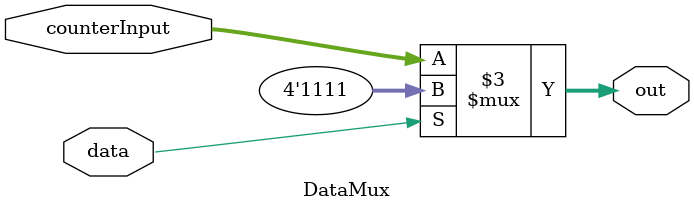
<source format=sv>
module DataMux 
	(input logic data,
		input logic [3:0] counterInput,
		output logic [3:0] out);
	always_comb
	if (data) out <= 4'b1111;
	else out <= counterInput;
	/*else case(counterInput [3:0])
	4'b0000: out <= 4'b0000;
	4'b0001: out <= 4'b0001;
	4'b0010: out <= 4'b0010;
	4'b0011: out <= 4'b0011;
	4'b0100: out <= 4'b0100;
	4'b0101: out <= 4'b0101;
	4'b0110: out <= 4'b0110;
	4'b0111: out <= 4'b0111;
	4'b1000: out <= 4'b1000;
	default: out <= 4'b1111;
	endcase*/
endmodule 
</source>
